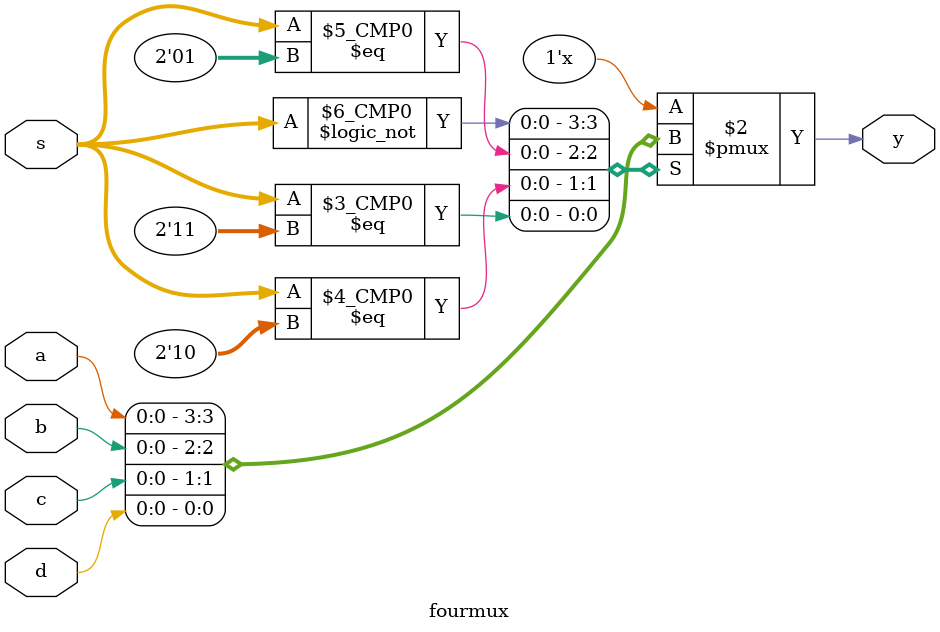
<source format=v>
module fourmux(
  input a, b, c, d,
  input [1:0] s,
  output reg y
);
  always @(*) begin
    case(s)
      2'b00: y = a;
      2'b01: y = b;
      2'b10: y = c;
      2'b11: y = d;
      default: y = 2'b00;
    endcase
  end
endmodule

</source>
